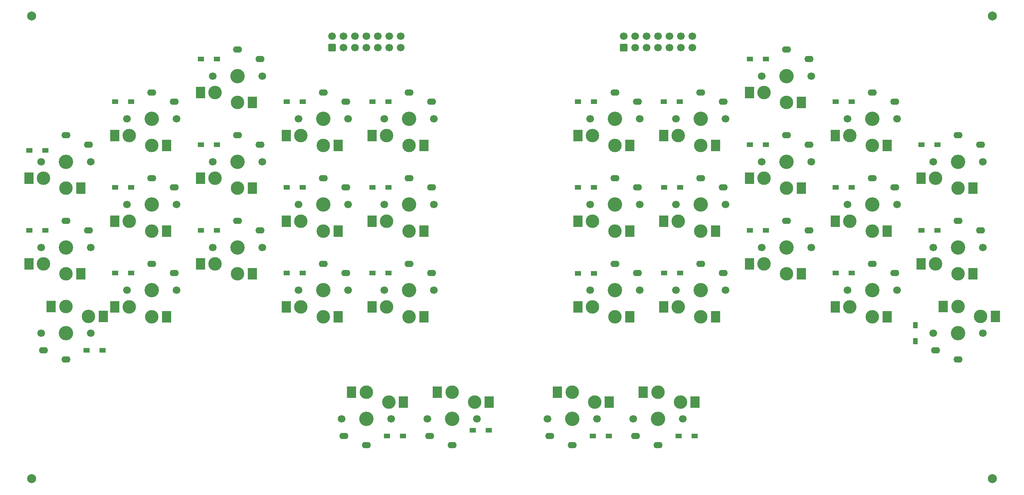
<source format=gbs>
%TF.GenerationSoftware,KiCad,Pcbnew,(6.0.7-1)-1*%
%TF.CreationDate,2022-09-05T18:02:16+08:00*%
%TF.ProjectId,Input,496e7075-742e-46b6-9963-61645f706362,2*%
%TF.SameCoordinates,PX7f2c270PY3f96138*%
%TF.FileFunction,Soldermask,Bot*%
%TF.FilePolarity,Negative*%
%FSLAX46Y46*%
G04 Gerber Fmt 4.6, Leading zero omitted, Abs format (unit mm)*
G04 Created by KiCad (PCBNEW (6.0.7-1)-1) date 2022-09-05 18:02:16*
%MOMM*%
%LPD*%
G01*
G04 APERTURE LIST*
G04 Aperture macros list*
%AMRoundRect*
0 Rectangle with rounded corners*
0 $1 Rounding radius*
0 $2 $3 $4 $5 $6 $7 $8 $9 X,Y pos of 4 corners*
0 Add a 4 corners polygon primitive as box body*
4,1,4,$2,$3,$4,$5,$6,$7,$8,$9,$2,$3,0*
0 Add four circle primitives for the rounded corners*
1,1,$1+$1,$2,$3*
1,1,$1+$1,$4,$5*
1,1,$1+$1,$6,$7*
1,1,$1+$1,$8,$9*
0 Add four rect primitives between the rounded corners*
20,1,$1+$1,$2,$3,$4,$5,0*
20,1,$1+$1,$4,$5,$6,$7,0*
20,1,$1+$1,$6,$7,$8,$9,0*
20,1,$1+$1,$8,$9,$2,$3,0*%
G04 Aperture macros list end*
%ADD10RoundRect,0.250000X0.600000X-0.600000X0.600000X0.600000X-0.600000X0.600000X-0.600000X-0.600000X0*%
%ADD11C,1.700000*%
%ADD12R,1.400000X1.000000*%
%ADD13C,3.000000*%
%ADD14C,3.200000*%
%ADD15O,2.000000X1.400000*%
%ADD16R,2.000000X2.600000*%
%ADD17C,2.000000*%
%ADD18R,1.000000X1.400000*%
G04 APERTURE END LIST*
D10*
%TO.C,J1*%
X-17145000Y15875000D03*
D11*
X-17145000Y18415000D03*
X-14605000Y15875000D03*
X-14605000Y18415000D03*
X-12065000Y15875000D03*
X-12065000Y18415000D03*
X-9525000Y15875000D03*
X-9525000Y18415000D03*
X-6985000Y15875000D03*
X-6985000Y18415000D03*
X-4445000Y15875000D03*
X-4445000Y18415000D03*
X-1905000Y15875000D03*
X-1905000Y18415000D03*
%TD*%
D10*
%TO.C,J2*%
X47625000Y15875000D03*
D11*
X47625000Y18415000D03*
X50165000Y15875000D03*
X50165000Y18415000D03*
X52705000Y15875000D03*
X52705000Y18415000D03*
X55245000Y15875000D03*
X55245000Y18415000D03*
X57785000Y15875000D03*
X57785000Y18415000D03*
X60325000Y15875000D03*
X60325000Y18415000D03*
X62865000Y15875000D03*
X62865000Y18415000D03*
%TD*%
D12*
%TO.C,D1*%
X-80775000Y-6985000D03*
X-84325000Y-6985000D03*
%TD*%
%TO.C,D7*%
X60065000Y3810000D03*
X56515000Y3810000D03*
%TD*%
%TO.C,D8*%
X79245000Y13335000D03*
X75695000Y13335000D03*
%TD*%
D11*
%TO.C,SW1*%
X-81700000Y-9525000D03*
X-70700000Y-9525000D03*
D13*
X-76200000Y-15425000D03*
X-81200000Y-13225000D03*
D14*
X-76200000Y-9525000D03*
X-76200000Y-9525000D03*
D15*
X-76200000Y-3625000D03*
D16*
X-84455000Y-13225000D03*
D15*
X-71200000Y-5725000D03*
D16*
X-72898000Y-15425000D03*
%TD*%
D11*
%TO.C,SW7*%
X59270000Y0D03*
D13*
X64770000Y-5900000D03*
D14*
X64770000Y0D03*
D13*
X59770000Y-3700000D03*
D11*
X70270000Y0D03*
D14*
X64770000Y0D03*
D15*
X64770000Y5900000D03*
D16*
X56515000Y-3700000D03*
X68072000Y-5900000D03*
D15*
X69770000Y3800000D03*
%TD*%
D14*
%TO.C,SW8*%
X83820000Y9525000D03*
D13*
X83820000Y3625000D03*
D11*
X89320000Y9525000D03*
D14*
X83820000Y9525000D03*
D11*
X78320000Y9525000D03*
D13*
X78820000Y5825000D03*
D16*
X75565000Y5825000D03*
D15*
X83820000Y15425000D03*
X88820000Y13325000D03*
D16*
X87122000Y3625000D03*
%TD*%
D12*
%TO.C,D2*%
X-61725000Y3810000D03*
X-65275000Y3810000D03*
%TD*%
D14*
%TO.C,SW2*%
X-57150000Y0D03*
X-57150000Y0D03*
D11*
X-62650000Y0D03*
X-51650000Y0D03*
D13*
X-62150000Y-3700000D03*
X-57150000Y-5900000D03*
D15*
X-57150000Y5900000D03*
D16*
X-65405000Y-3700000D03*
D15*
X-52150000Y3800000D03*
D16*
X-53848000Y-5900000D03*
%TD*%
D12*
%TO.C,D3*%
X-42675000Y13335000D03*
X-46225000Y13335000D03*
%TD*%
%TO.C,D4*%
X-23625000Y3810000D03*
X-27175000Y3810000D03*
%TD*%
%TO.C,D5*%
X-4575000Y3810000D03*
X-8125000Y3810000D03*
%TD*%
%TO.C,D9*%
X98295000Y3810000D03*
X94745000Y3810000D03*
%TD*%
%TO.C,D10*%
X117345000Y-5715000D03*
X113795000Y-5715000D03*
%TD*%
%TO.C,D11*%
X-80775000Y-24765000D03*
X-84325000Y-24765000D03*
%TD*%
%TO.C,D13*%
X-42675000Y-5715000D03*
X-46225000Y-5715000D03*
%TD*%
%TO.C,D14*%
X-23625000Y-15240000D03*
X-27175000Y-15240000D03*
%TD*%
%TO.C,D15*%
X-4575000Y-15240000D03*
X-8125000Y-15240000D03*
%TD*%
%TO.C,D16*%
X41015000Y-15240000D03*
X37465000Y-15240000D03*
%TD*%
%TO.C,D17*%
X60195000Y-15240000D03*
X56645000Y-15240000D03*
%TD*%
%TO.C,D22*%
X-61725000Y-34290000D03*
X-65275000Y-34290000D03*
%TD*%
%TO.C,D23*%
X-42675000Y-24765000D03*
X-46225000Y-24765000D03*
%TD*%
D13*
%TO.C,SW3*%
X-43100000Y5825000D03*
X-38100000Y3625000D03*
D14*
X-38100000Y9525000D03*
D11*
X-43600000Y9525000D03*
D14*
X-38100000Y9525000D03*
D11*
X-32600000Y9525000D03*
D15*
X-38100000Y15425000D03*
D16*
X-46355000Y5825000D03*
X-34798000Y3625000D03*
D15*
X-33100000Y13325000D03*
%TD*%
D11*
%TO.C,SW4*%
X-24550000Y0D03*
D14*
X-19050000Y0D03*
X-19050000Y0D03*
D13*
X-19050000Y-5900000D03*
D11*
X-13550000Y0D03*
D13*
X-24050000Y-3700000D03*
D15*
X-19050000Y5900000D03*
D16*
X-27305000Y-3700000D03*
X-15748000Y-5900000D03*
D15*
X-14050000Y3800000D03*
%TD*%
D13*
%TO.C,SW5*%
X0Y-5900000D03*
D11*
X5500000Y0D03*
D13*
X-5000000Y-3700000D03*
D14*
X0Y0D03*
X0Y0D03*
D11*
X-5500000Y0D03*
D16*
X-8255000Y-3700000D03*
D15*
X0Y5900000D03*
X5000000Y3800000D03*
D16*
X3302000Y-5900000D03*
%TD*%
D13*
%TO.C,SW9*%
X97870000Y-3700000D03*
D14*
X102870000Y0D03*
D13*
X102870000Y-5900000D03*
D11*
X97370000Y0D03*
X108370000Y0D03*
D14*
X102870000Y0D03*
D16*
X94615000Y-3700000D03*
D15*
X102870000Y5900000D03*
X107870000Y3800000D03*
D16*
X106172000Y-5900000D03*
%TD*%
D11*
%TO.C,SW10*%
X127420000Y-9525000D03*
X116420000Y-9525000D03*
D13*
X121920000Y-15425000D03*
D14*
X121920000Y-9525000D03*
X121920000Y-9525000D03*
D13*
X116920000Y-13225000D03*
D16*
X113665000Y-13225000D03*
D15*
X121920000Y-3625000D03*
D16*
X125222000Y-15425000D03*
D15*
X126920000Y-5725000D03*
%TD*%
D14*
%TO.C,SW11*%
X-76200000Y-28575000D03*
D11*
X-70700000Y-28575000D03*
X-81700000Y-28575000D03*
D13*
X-76200000Y-34475000D03*
X-81200000Y-32275000D03*
D14*
X-76200000Y-28575000D03*
D15*
X-76200000Y-22675000D03*
D16*
X-84455000Y-32275000D03*
X-72898000Y-34475000D03*
D15*
X-71200000Y-24775000D03*
%TD*%
D11*
%TO.C,SW13*%
X-32600000Y-9525000D03*
D14*
X-38100000Y-9525000D03*
D13*
X-43100000Y-13225000D03*
D14*
X-38100000Y-9525000D03*
D13*
X-38100000Y-15425000D03*
D11*
X-43600000Y-9525000D03*
D15*
X-38100000Y-3625000D03*
D16*
X-46355000Y-13225000D03*
X-34798000Y-15425000D03*
D15*
X-33100000Y-5725000D03*
%TD*%
D13*
%TO.C,SW14*%
X-24050000Y-22750000D03*
X-19050000Y-24950000D03*
D14*
X-19050000Y-19050000D03*
D11*
X-13550000Y-19050000D03*
X-24550000Y-19050000D03*
D14*
X-19050000Y-19050000D03*
D15*
X-19050000Y-13150000D03*
D16*
X-27305000Y-22750000D03*
X-15748000Y-24950000D03*
D15*
X-14050000Y-15250000D03*
%TD*%
D13*
%TO.C,SW15*%
X-5000000Y-22750000D03*
D14*
X0Y-19050000D03*
D13*
X0Y-24950000D03*
D11*
X5500000Y-19050000D03*
X-5500000Y-19050000D03*
D14*
X0Y-19050000D03*
D16*
X-8255000Y-22750000D03*
D15*
X0Y-13150000D03*
D16*
X3302000Y-24950000D03*
D15*
X5000000Y-15250000D03*
%TD*%
D11*
%TO.C,SW16*%
X40220000Y-19050000D03*
D14*
X45720000Y-19050000D03*
D13*
X45720000Y-24950000D03*
D11*
X51220000Y-19050000D03*
D13*
X40720000Y-22750000D03*
D14*
X45720000Y-19050000D03*
D15*
X45720000Y-13150000D03*
D16*
X37465000Y-22750000D03*
X49022000Y-24950000D03*
D15*
X50720000Y-15250000D03*
%TD*%
D14*
%TO.C,SW17*%
X64770000Y-19050000D03*
D13*
X64770000Y-24950000D03*
D11*
X70270000Y-19050000D03*
X59270000Y-19050000D03*
D14*
X64770000Y-19050000D03*
D13*
X59770000Y-22750000D03*
D16*
X56515000Y-22750000D03*
D15*
X64770000Y-13150000D03*
X69770000Y-15250000D03*
D16*
X68072000Y-24950000D03*
%TD*%
D14*
%TO.C,SW22*%
X-57150000Y-38100000D03*
D11*
X-51650000Y-38100000D03*
D13*
X-62150000Y-41800000D03*
X-57150000Y-44000000D03*
D11*
X-62650000Y-38100000D03*
D14*
X-57150000Y-38100000D03*
D15*
X-57150000Y-32200000D03*
D16*
X-65405000Y-41800000D03*
X-53848000Y-44000000D03*
D15*
X-52150000Y-34300000D03*
%TD*%
D13*
%TO.C,SW23*%
X-38100000Y-34475000D03*
D11*
X-32600000Y-28575000D03*
D13*
X-43100000Y-32275000D03*
D14*
X-38100000Y-28575000D03*
X-38100000Y-28575000D03*
D11*
X-43600000Y-28575000D03*
D16*
X-46355000Y-32275000D03*
D15*
X-38100000Y-22675000D03*
D16*
X-34798000Y-34475000D03*
D15*
X-33100000Y-24775000D03*
%TD*%
D14*
%TO.C,SW28*%
X83820000Y-28575000D03*
D11*
X78320000Y-28575000D03*
D13*
X78820000Y-32275000D03*
D14*
X83820000Y-28575000D03*
D13*
X83820000Y-34475000D03*
D11*
X89320000Y-28575000D03*
D16*
X75565000Y-32275000D03*
D15*
X83820000Y-22675000D03*
X88820000Y-24775000D03*
D16*
X87122000Y-34475000D03*
%TD*%
D17*
%TO.C,REF\u002A\u002A*%
X129540000Y22860000D03*
%TD*%
D13*
%TO.C,SW33*%
X41195000Y-62975000D03*
D14*
X36195000Y-66675000D03*
D13*
X36195000Y-60775000D03*
D11*
X41695000Y-66675000D03*
X30695000Y-66675000D03*
D14*
X36195000Y-66675000D03*
D15*
X36195000Y-72575000D03*
D16*
X44450000Y-62975000D03*
D15*
X31195000Y-70475000D03*
D16*
X32893000Y-60775000D03*
%TD*%
D17*
%TO.C,REF\u002A\u002A*%
X129540000Y-80010000D03*
%TD*%
D12*
%TO.C,D27*%
X60195000Y-34290000D03*
X56645000Y-34290000D03*
%TD*%
%TO.C,D20*%
X117345000Y-24765000D03*
X113795000Y-24765000D03*
%TD*%
D11*
%TO.C,SW20*%
X127420000Y-28575000D03*
D13*
X116920000Y-32275000D03*
X121920000Y-34475000D03*
D14*
X121920000Y-28575000D03*
D11*
X116420000Y-28575000D03*
D14*
X121920000Y-28575000D03*
D15*
X121920000Y-22675000D03*
D16*
X113665000Y-32275000D03*
X125222000Y-34475000D03*
D15*
X126920000Y-24775000D03*
%TD*%
D12*
%TO.C,D21*%
X-71625000Y-51435000D03*
X-68075000Y-51435000D03*
%TD*%
%TO.C,D28*%
X79245000Y-24765000D03*
X75695000Y-24765000D03*
%TD*%
D11*
%TO.C,SW19*%
X108370000Y-19050000D03*
X97370000Y-19050000D03*
D13*
X102870000Y-24950000D03*
D14*
X102870000Y-19050000D03*
D13*
X97870000Y-22750000D03*
D14*
X102870000Y-19050000D03*
D16*
X94615000Y-22750000D03*
D15*
X102870000Y-13150000D03*
D16*
X106172000Y-24950000D03*
D15*
X107870000Y-15250000D03*
%TD*%
D14*
%TO.C,SW26*%
X45720000Y-38100000D03*
D13*
X40720000Y-41800000D03*
X45720000Y-44000000D03*
D14*
X45720000Y-38100000D03*
D11*
X40220000Y-38100000D03*
X51220000Y-38100000D03*
D15*
X45720000Y-32200000D03*
D16*
X37465000Y-41800000D03*
D15*
X50720000Y-34300000D03*
D16*
X49022000Y-44000000D03*
%TD*%
D11*
%TO.C,SW31*%
X-15025000Y-66675000D03*
D14*
X-9525000Y-66675000D03*
D11*
X-4025000Y-66675000D03*
D13*
X-9525000Y-60775000D03*
X-4525000Y-62975000D03*
D14*
X-9525000Y-66675000D03*
D15*
X-9525000Y-72575000D03*
D16*
X-1270000Y-62975000D03*
X-12827000Y-60775000D03*
D15*
X-14525000Y-70475000D03*
%TD*%
D12*
%TO.C,D25*%
X-4575000Y-34290000D03*
X-8125000Y-34290000D03*
%TD*%
D11*
%TO.C,SW34*%
X60745000Y-66675000D03*
D14*
X55245000Y-66675000D03*
X55245000Y-66675000D03*
D13*
X60245000Y-62975000D03*
X55245000Y-60775000D03*
D11*
X49745000Y-66675000D03*
D15*
X55245000Y-72575000D03*
D16*
X63500000Y-62975000D03*
D15*
X50245000Y-70475000D03*
D16*
X51943000Y-60775000D03*
%TD*%
D12*
%TO.C,D12*%
X-61725000Y-15240000D03*
X-65275000Y-15240000D03*
%TD*%
%TO.C,D33*%
X44320000Y-70485000D03*
X40770000Y-70485000D03*
%TD*%
D13*
%TO.C,SW27*%
X59770000Y-41800000D03*
X64770000Y-44000000D03*
D11*
X70270000Y-38100000D03*
X59270000Y-38100000D03*
D14*
X64770000Y-38100000D03*
X64770000Y-38100000D03*
D16*
X56515000Y-41800000D03*
D15*
X64770000Y-32200000D03*
D16*
X68072000Y-44000000D03*
D15*
X69770000Y-34300000D03*
%TD*%
D12*
%TO.C,D26*%
X41015000Y-34325000D03*
X37465000Y-34325000D03*
%TD*%
%TO.C,D32*%
X17650000Y-69215000D03*
X14100000Y-69215000D03*
%TD*%
%TO.C,D24*%
X-23625000Y-34290000D03*
X-27175000Y-34290000D03*
%TD*%
D17*
%TO.C,REF\u002A\u002A*%
X-83820000Y22860000D03*
%TD*%
D13*
%TO.C,SW29*%
X102870000Y-44000000D03*
D11*
X97370000Y-38100000D03*
D14*
X102870000Y-38100000D03*
X102870000Y-38100000D03*
D13*
X97870000Y-41800000D03*
D11*
X108370000Y-38100000D03*
D16*
X94615000Y-41800000D03*
D15*
X102870000Y-32200000D03*
D16*
X106172000Y-44000000D03*
D15*
X107870000Y-34300000D03*
%TD*%
D11*
%TO.C,SW24*%
X-24550000Y-38100000D03*
D13*
X-24050000Y-41800000D03*
D14*
X-19050000Y-38100000D03*
D11*
X-13550000Y-38100000D03*
D14*
X-19050000Y-38100000D03*
D13*
X-19050000Y-44000000D03*
D16*
X-27305000Y-41800000D03*
D15*
X-19050000Y-32200000D03*
X-14050000Y-34300000D03*
D16*
X-15748000Y-44000000D03*
%TD*%
D12*
%TO.C,D29*%
X98295000Y-34290000D03*
X94745000Y-34290000D03*
%TD*%
%TO.C,D34*%
X63370000Y-70485000D03*
X59820000Y-70485000D03*
%TD*%
%TO.C,D19*%
X98295000Y-15240000D03*
X94745000Y-15240000D03*
%TD*%
%TO.C,D31*%
X-1400000Y-70485000D03*
X-4950000Y-70485000D03*
%TD*%
D15*
%TO.C,SW21*%
X-81200000Y-51425000D03*
D16*
X-79502000Y-41725000D03*
D15*
X-76200000Y-53525000D03*
D16*
X-67945000Y-43925000D03*
D13*
X-71200000Y-43925000D03*
D11*
X-81700000Y-47625000D03*
D14*
X-76200000Y-47625000D03*
X-76200000Y-47625000D03*
D11*
X-70700000Y-47625000D03*
D13*
X-76200000Y-41725000D03*
%TD*%
D14*
%TO.C,SW25*%
X0Y-38100000D03*
D11*
X-5500000Y-38100000D03*
X5500000Y-38100000D03*
D13*
X0Y-44000000D03*
D14*
X0Y-38100000D03*
D13*
X-5000000Y-41800000D03*
D16*
X-8255000Y-41800000D03*
D15*
X0Y-32200000D03*
X5000000Y-34300000D03*
D16*
X3302000Y-44000000D03*
%TD*%
D15*
%TO.C,SW30*%
X116920000Y-51425000D03*
D16*
X118618000Y-41725000D03*
D15*
X121920000Y-53525000D03*
D16*
X130175000Y-43925000D03*
D13*
X126920000Y-43925000D03*
D14*
X121920000Y-47625000D03*
D13*
X121920000Y-41725000D03*
D11*
X116420000Y-47625000D03*
X127420000Y-47625000D03*
D14*
X121920000Y-47625000D03*
%TD*%
%TO.C,SW12*%
X-57150000Y-19050000D03*
D13*
X-62150000Y-22750000D03*
D14*
X-57150000Y-19050000D03*
D13*
X-57150000Y-24950000D03*
D11*
X-51650000Y-19050000D03*
X-62650000Y-19050000D03*
D15*
X-57150000Y-13150000D03*
D16*
X-65405000Y-22750000D03*
D15*
X-52150000Y-15250000D03*
D16*
X-53848000Y-24950000D03*
%TD*%
D11*
%TO.C,SW6*%
X51220000Y0D03*
D13*
X40720000Y-3700000D03*
X45720000Y-5900000D03*
D14*
X45720000Y0D03*
D11*
X40220000Y0D03*
D14*
X45720000Y0D03*
D16*
X37465000Y-3700000D03*
D15*
X45720000Y5900000D03*
X50720000Y3800000D03*
D16*
X49022000Y-5900000D03*
%TD*%
D12*
%TO.C,D18*%
X79245000Y-5715000D03*
X75695000Y-5715000D03*
%TD*%
D18*
%TO.C,D30*%
X112395000Y-45850000D03*
X112395000Y-49400000D03*
%TD*%
D17*
%TO.C,REF\u002A\u002A*%
X-83820000Y-80010000D03*
%TD*%
D13*
%TO.C,SW18*%
X83820000Y-15425000D03*
D14*
X83820000Y-9525000D03*
D11*
X89320000Y-9525000D03*
X78320000Y-9525000D03*
D13*
X78820000Y-13225000D03*
D14*
X83820000Y-9525000D03*
D16*
X75565000Y-13225000D03*
D15*
X83820000Y-3625000D03*
X88820000Y-5725000D03*
D16*
X87122000Y-15425000D03*
%TD*%
D12*
%TO.C,D6*%
X41015000Y3810000D03*
X37465000Y3810000D03*
%TD*%
D11*
%TO.C,SW32*%
X15025000Y-66675000D03*
D14*
X9525000Y-66675000D03*
D13*
X9525000Y-60775000D03*
X14525000Y-62975000D03*
D14*
X9525000Y-66675000D03*
D11*
X4025000Y-66675000D03*
D15*
X9525000Y-72575000D03*
D16*
X17780000Y-62975000D03*
X6223000Y-60775000D03*
D15*
X4525000Y-70475000D03*
%TD*%
M02*

</source>
